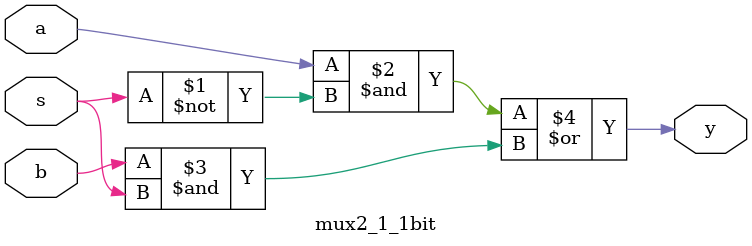
<source format=sv>
`timescale 1ns / 1ps
module mux2_1_1bit(
input a,b,s,
output y
    );
assign y=a&~s|b&s;

endmodule

</source>
